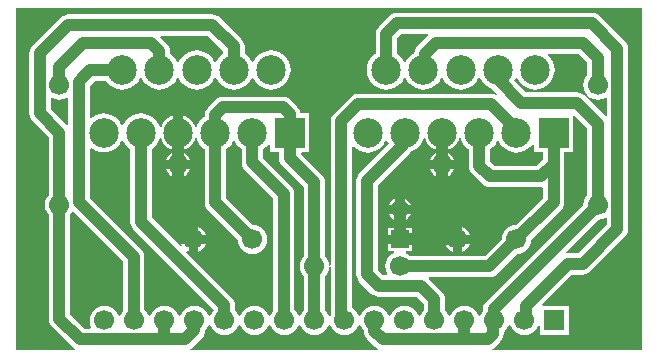
<source format=gtl>
G04*
G04 #@! TF.GenerationSoftware,Altium Limited,Altium Designer,19.0.5 (141)*
G04*
G04 Layer_Physical_Order=1*
G04 Layer_Color=255*
%FSLAX44Y44*%
%MOMM*%
G71*
G01*
G75*
%ADD10C,1.0000*%
%ADD11C,1.7000*%
%ADD12R,1.7000X1.7000*%
%ADD13R,2.5000X2.5000*%
%ADD14C,2.5000*%
%ADD15R,1.5000X1.5000*%
%ADD16C,1.5000*%
G36*
X175692Y253670D02*
Y251347D01*
X175559Y251276D01*
X173046Y249214D01*
X170984Y246701D01*
X169718Y244332D01*
X168322D01*
X167056Y246701D01*
X164994Y249214D01*
X162481Y251276D01*
X159615Y252808D01*
X156505Y253751D01*
X153270Y254070D01*
X150035Y253751D01*
X146925Y252808D01*
X144059Y251276D01*
X141546Y249214D01*
X139484Y246701D01*
X138218Y244332D01*
X136822D01*
X135556Y246701D01*
X133494Y249214D01*
X130981Y251276D01*
X130848Y251347D01*
Y253120D01*
X130538Y255470D01*
X129632Y257659D01*
X128189Y259539D01*
X122389Y265339D01*
X122875Y266512D01*
X162850D01*
X175692Y253670D01*
D02*
G37*
G36*
X349165Y266512D02*
X340187Y257535D01*
X338745Y255655D01*
X337838Y253465D01*
X337657Y252090D01*
X336059Y251236D01*
X333546Y249174D01*
X331484Y246661D01*
X330218Y244292D01*
X328822D01*
X327556Y246661D01*
X325494Y249174D01*
X322981Y251236D01*
X322848Y251307D01*
Y264050D01*
X326580Y267782D01*
X348802D01*
X349165Y266512D01*
D02*
G37*
G36*
X483923Y243890D02*
Y233493D01*
X482081Y231094D01*
X480822Y228053D01*
X480392Y224790D01*
X480822Y221527D01*
X482081Y218486D01*
X484085Y215875D01*
X486696Y213871D01*
X489737Y212612D01*
X493000Y212182D01*
X496263Y212612D01*
X499162Y213813D01*
X500221Y213419D01*
X500433Y213315D01*
Y198808D01*
X499162Y198445D01*
X481639Y215969D01*
X479759Y217411D01*
X477570Y218318D01*
X475220Y218628D01*
X431990D01*
X422168Y228450D01*
X423322Y230608D01*
X424718D01*
X425984Y228239D01*
X428046Y225726D01*
X430559Y223664D01*
X433425Y222132D01*
X436535Y221189D01*
X439770Y220870D01*
X443005Y221189D01*
X446115Y222132D01*
X448981Y223664D01*
X451494Y225726D01*
X453556Y228239D01*
X455088Y231105D01*
X456031Y234216D01*
X456350Y237450D01*
X456031Y240685D01*
X455088Y243795D01*
X453556Y246661D01*
X451494Y249174D01*
X450484Y250002D01*
X450938Y251272D01*
X476540D01*
X483923Y243890D01*
D02*
G37*
G36*
X44163Y213532D02*
X44503Y213365D01*
Y191145D01*
X43232Y190825D01*
X29638Y204420D01*
Y213350D01*
X30908Y213840D01*
X33777Y212652D01*
X37040Y212222D01*
X40303Y212652D01*
X43232Y213865D01*
X44163Y213532D01*
D02*
G37*
G36*
X92234Y174979D02*
X94296Y172466D01*
X96809Y170404D01*
X96942Y170333D01*
Y108850D01*
X97252Y106501D01*
X98159Y104311D01*
X99601Y102431D01*
X167693Y34340D01*
Y34103D01*
X165851Y31704D01*
X164722Y28977D01*
X164720Y28977D01*
X163420D01*
X163418Y28977D01*
X162289Y31704D01*
X160285Y34315D01*
X157674Y36319D01*
X154633Y37578D01*
X151370Y38008D01*
X148107Y37578D01*
X145066Y36319D01*
X142455Y34315D01*
X140451Y31704D01*
X139322Y28977D01*
X139320Y28977D01*
X138020D01*
X138018Y28977D01*
X136889Y31704D01*
X134885Y34315D01*
X132274Y36319D01*
X129233Y37578D01*
X125970Y38008D01*
X122707Y37578D01*
X119666Y36319D01*
X117055Y34315D01*
X115051Y31704D01*
X113922Y28977D01*
X113920Y28977D01*
X112620D01*
X112618Y28977D01*
X111489Y31704D01*
X109485Y34315D01*
X108998Y34689D01*
Y79390D01*
X108688Y81740D01*
X107781Y83929D01*
X106339Y85809D01*
X62658Y129490D01*
Y170937D01*
X63928Y171538D01*
X65309Y170404D01*
X68175Y168872D01*
X71286Y167929D01*
X74520Y167610D01*
X77755Y167929D01*
X80865Y168872D01*
X83731Y170404D01*
X86244Y172466D01*
X88306Y174979D01*
X89572Y177348D01*
X90968D01*
X92234Y174979D01*
D02*
G37*
G36*
X315734Y174939D02*
X315859Y174787D01*
X291001Y149929D01*
X289559Y148049D01*
X288652Y145859D01*
X288342Y143510D01*
Y64770D01*
X288652Y62421D01*
X289559Y60231D01*
X291001Y58351D01*
X301161Y48191D01*
X301161Y48191D01*
X303041Y46749D01*
X305231Y45842D01*
X307580Y45532D01*
X339380D01*
X345493Y39420D01*
Y34103D01*
X343651Y31704D01*
X342522Y28977D01*
X342520Y28977D01*
X341220D01*
X341218Y28977D01*
X340089Y31704D01*
X338085Y34315D01*
X335474Y36319D01*
X332433Y37578D01*
X329170Y38008D01*
X325907Y37578D01*
X322866Y36319D01*
X320255Y34315D01*
X318251Y31704D01*
X317122Y28977D01*
X317120Y28977D01*
X315820D01*
X315818Y28977D01*
X314689Y31704D01*
X312685Y34315D01*
X310074Y36319D01*
X307033Y37578D01*
X303770Y38008D01*
X300507Y37578D01*
X297466Y36319D01*
X294855Y34315D01*
X292851Y31704D01*
X291722Y28977D01*
X291720Y28977D01*
X290420D01*
X290418Y28977D01*
X289289Y31704D01*
X287285Y34315D01*
X284908Y36140D01*
Y172234D01*
X286103Y172661D01*
X286296Y172426D01*
X288809Y170364D01*
X291675Y168832D01*
X294785Y167889D01*
X298020Y167570D01*
X301255Y167889D01*
X304365Y168832D01*
X307231Y170364D01*
X309744Y172426D01*
X311806Y174939D01*
X313072Y177308D01*
X314468D01*
X315734Y174939D01*
D02*
G37*
G36*
X410234D02*
X412296Y172426D01*
X414809Y170364D01*
X417675Y168832D01*
X420785Y167889D01*
X424020Y167570D01*
X427255Y167889D01*
X430365Y168832D01*
X433231Y170364D01*
X435744Y172426D01*
X437750Y174871D01*
X437849Y174873D01*
X439020Y174137D01*
Y167650D01*
X446442D01*
Y161860D01*
X440980Y156398D01*
X405320D01*
X401598Y160120D01*
Y170293D01*
X401731Y170364D01*
X404244Y172426D01*
X406306Y174939D01*
X407572Y177308D01*
X408968D01*
X410234Y174939D01*
D02*
G37*
G36*
X123196Y179597D02*
X123558Y178407D01*
X124954Y175794D01*
X126834Y173504D01*
X129124Y171624D01*
X131737Y170228D01*
X134283Y169455D01*
X134398Y168859D01*
X134358Y168261D01*
X134339Y168162D01*
X131833Y167124D01*
X129526Y165354D01*
X127757Y163048D01*
X127107Y161480D01*
X147693D01*
X147044Y163048D01*
X145274Y165354D01*
X142968Y167124D01*
X140597Y168106D01*
X140513Y168927D01*
X140605Y169409D01*
X143303Y170228D01*
X145916Y171624D01*
X148206Y173504D01*
X150086Y175794D01*
X151482Y178407D01*
X151844Y179597D01*
X153171D01*
X153702Y177845D01*
X155234Y174979D01*
X157296Y172466D01*
X159809Y170404D01*
X159942Y170333D01*
Y125480D01*
X160252Y123131D01*
X161159Y120941D01*
X162601Y119061D01*
X187947Y93715D01*
X188342Y90717D01*
X189601Y87676D01*
X191605Y85065D01*
X194216Y83061D01*
X197257Y81802D01*
X200520Y81372D01*
X203783Y81802D01*
X206824Y83061D01*
X209435Y85065D01*
X211439Y87676D01*
X212698Y90717D01*
X213128Y93980D01*
X212698Y97243D01*
X211439Y100284D01*
X209435Y102895D01*
X206824Y104899D01*
X203783Y106158D01*
X200785Y106553D01*
X178098Y129240D01*
Y170333D01*
X178231Y170404D01*
X180744Y172466D01*
X182806Y174979D01*
X184072Y177348D01*
X185468D01*
X186734Y174979D01*
X188796Y172466D01*
X191309Y170404D01*
X191442Y170333D01*
Y159130D01*
X191752Y156781D01*
X192659Y154591D01*
X194101Y152711D01*
X217842Y128970D01*
Y33256D01*
X216651Y31704D01*
X215522Y28977D01*
X215520Y28977D01*
X214220D01*
X214218Y28977D01*
X213089Y31704D01*
X211085Y34315D01*
X208474Y36319D01*
X205433Y37578D01*
X202170Y38008D01*
X198907Y37578D01*
X195866Y36319D01*
X193255Y34315D01*
X191251Y31704D01*
X190122Y28977D01*
X190120Y28977D01*
X188820D01*
X188818Y28977D01*
X187689Y31704D01*
X185848Y34103D01*
Y38100D01*
X185538Y40450D01*
X184632Y42639D01*
X183189Y44519D01*
X144600Y83108D01*
X145319Y84185D01*
X146520Y83687D01*
Y89980D01*
X140227D01*
X140725Y88779D01*
X139648Y88060D01*
X115098Y112610D01*
Y170333D01*
X115231Y170404D01*
X117744Y172466D01*
X119806Y174979D01*
X121338Y177845D01*
X121869Y179597D01*
X123196Y179597D01*
D02*
G37*
G36*
X500221Y111819D02*
X500433Y111715D01*
Y106630D01*
X476249Y82447D01*
X467309D01*
X467309Y82447D01*
X466827Y82383D01*
X466234Y83586D01*
X493265Y110617D01*
X496263Y111012D01*
X499162Y112213D01*
X500221Y111819D01*
D02*
G37*
G36*
X346697Y179557D02*
X347058Y178367D01*
X348454Y175754D01*
X350334Y173464D01*
X352624Y171584D01*
X355237Y170188D01*
X357803Y169409D01*
X357875Y168255D01*
X357849Y168116D01*
X355452Y167124D01*
X353146Y165354D01*
X351377Y163048D01*
X350727Y161480D01*
X371313D01*
X370663Y163048D01*
X368894Y165354D01*
X366588Y167124D01*
X364191Y168116D01*
X364165Y168255D01*
X364237Y169409D01*
X366804Y170188D01*
X369416Y171584D01*
X371706Y173464D01*
X373586Y175754D01*
X374982Y178367D01*
X375344Y179557D01*
X376671D01*
X377202Y177805D01*
X378734Y174939D01*
X380796Y172426D01*
X383309Y170364D01*
X383442Y170293D01*
Y156360D01*
X383752Y154011D01*
X384659Y151821D01*
X386101Y149941D01*
X395141Y140901D01*
X397021Y139459D01*
X399211Y138552D01*
X401560Y138242D01*
X444740D01*
X445488Y138341D01*
X446442Y137503D01*
Y129240D01*
X423755Y106553D01*
X420757Y106158D01*
X417716Y104899D01*
X415105Y102895D01*
X413101Y100284D01*
X411842Y97243D01*
X411447Y94245D01*
X397400Y80198D01*
X334063D01*
X331664Y82039D01*
X330140Y82670D01*
X330393Y83940D01*
X335400D01*
Y89980D01*
X325360D01*
X315320D01*
Y83940D01*
X320328D01*
X320580Y82670D01*
X319056Y82039D01*
X316445Y80035D01*
X314441Y77424D01*
X313182Y74383D01*
X312752Y71120D01*
X313182Y67857D01*
X314383Y64958D01*
X313989Y63899D01*
X313885Y63688D01*
X311340D01*
X306498Y68530D01*
Y139750D01*
X334121Y167373D01*
X335051Y168585D01*
X335865Y168832D01*
X338731Y170364D01*
X341244Y172426D01*
X343306Y174939D01*
X344838Y177805D01*
X345369Y179557D01*
X346697Y179557D01*
D02*
G37*
G36*
X266752Y70311D02*
Y30017D01*
X266322Y28977D01*
X266320Y28977D01*
X265020D01*
X265018Y28977D01*
X263889Y31704D01*
X262048Y34103D01*
Y62417D01*
X263889Y64816D01*
X265148Y67857D01*
X265483Y70395D01*
X266752Y70311D01*
D02*
G37*
G36*
X215520Y174177D02*
Y167690D01*
X222942D01*
Y163190D01*
X223252Y160841D01*
X224159Y158651D01*
X225601Y156771D01*
X243892Y138480D01*
Y79823D01*
X242051Y77424D01*
X240792Y74383D01*
X240362Y71120D01*
X240792Y67857D01*
X242051Y64816D01*
X243892Y62417D01*
Y34103D01*
X242051Y31704D01*
X240922Y28977D01*
X240920Y28977D01*
X239620D01*
X239618Y28977D01*
X238489Y31704D01*
X236485Y34315D01*
X235998Y34689D01*
Y132730D01*
X235688Y135080D01*
X234781Y137269D01*
X233339Y139149D01*
X209598Y162890D01*
Y170333D01*
X209731Y170404D01*
X212244Y172466D01*
X214250Y174911D01*
X214349Y174913D01*
X215520Y174177D01*
D02*
G37*
G36*
X483923Y188010D02*
Y131893D01*
X482081Y129494D01*
X480822Y126453D01*
X480427Y123455D01*
X398301Y41329D01*
X396859Y39449D01*
X395952Y37260D01*
X395642Y34910D01*
Y33256D01*
X394451Y31704D01*
X393322Y28977D01*
X393320Y28977D01*
X392020D01*
X392018Y28977D01*
X390889Y31704D01*
X388885Y34315D01*
X386274Y36319D01*
X383233Y37578D01*
X379970Y38008D01*
X376707Y37578D01*
X373666Y36319D01*
X371055Y34315D01*
X369051Y31704D01*
X367922Y28977D01*
X367920Y28977D01*
X366620D01*
X366618Y28977D01*
X365489Y31704D01*
X363648Y34103D01*
Y43180D01*
X363338Y45529D01*
X362432Y47719D01*
X360989Y49599D01*
X349815Y60772D01*
X350178Y62042D01*
X401160D01*
X403509Y62352D01*
X405699Y63259D01*
X407579Y64701D01*
X424285Y81407D01*
X427283Y81802D01*
X430324Y83061D01*
X432935Y85065D01*
X434939Y87676D01*
X436198Y90717D01*
X436593Y93715D01*
X461939Y119061D01*
X463382Y120941D01*
X464288Y123131D01*
X464598Y125480D01*
Y158100D01*
Y167650D01*
X472020D01*
Y198253D01*
X473193Y198739D01*
X483923Y188010D01*
D02*
G37*
G36*
X90842Y75630D02*
Y33256D01*
X89651Y31704D01*
X88522Y28977D01*
X88520Y28977D01*
X87220D01*
X87218Y28977D01*
X86089Y31704D01*
X84085Y34315D01*
X81474Y36319D01*
X78433Y37578D01*
X75170Y38008D01*
X71907Y37578D01*
X68866Y36319D01*
X66255Y34315D01*
X64251Y31704D01*
X62992Y28663D01*
X62562Y25400D01*
X62992Y22137D01*
X63998Y19708D01*
X63250Y18438D01*
X58140D01*
X46118Y30460D01*
Y114527D01*
X47868Y116808D01*
X48277Y117051D01*
X49232Y117240D01*
X90842Y75630D01*
D02*
G37*
G36*
X530000Y0D02*
X530000Y0D01*
X403752D01*
X403499Y1270D01*
X404051Y1499D01*
X405931Y2941D01*
X410450Y7460D01*
X411892Y9340D01*
X412799Y11529D01*
X413108Y13879D01*
Y15582D01*
X414285Y16485D01*
X416289Y19096D01*
X417418Y21823D01*
X417420Y21823D01*
X418720D01*
X418722Y21823D01*
X419851Y19096D01*
X421855Y16485D01*
X424466Y14481D01*
X427507Y13222D01*
X430770Y12792D01*
X434033Y13222D01*
X437074Y14481D01*
X439685Y16485D01*
X441689Y19096D01*
X442400Y20813D01*
X443670Y20561D01*
Y12900D01*
X468670D01*
Y37900D01*
X446337D01*
X445851Y39073D01*
X471069Y64291D01*
X480009D01*
X482359Y64601D01*
X484548Y65507D01*
X486428Y66950D01*
X515929Y96451D01*
X517372Y98331D01*
X518278Y100521D01*
X518588Y102870D01*
Y255270D01*
X518588Y255270D01*
X518279Y257619D01*
X517372Y259809D01*
X515929Y261689D01*
X515929Y261689D01*
X494339Y283279D01*
X492459Y284722D01*
X490270Y285628D01*
X487920Y285938D01*
X322820D01*
X320471Y285628D01*
X318281Y284722D01*
X316401Y283279D01*
X307351Y274229D01*
X305909Y272349D01*
X305002Y270159D01*
X304692Y267810D01*
Y251307D01*
X304559Y251236D01*
X302046Y249174D01*
X299984Y246661D01*
X298452Y243795D01*
X297509Y240685D01*
X297190Y237450D01*
X297509Y234216D01*
X298452Y231105D01*
X299984Y228239D01*
X302046Y225726D01*
X304559Y223664D01*
X307425Y222132D01*
X310536Y221189D01*
X313770Y220870D01*
X317005Y221189D01*
X320115Y222132D01*
X322981Y223664D01*
X325494Y225726D01*
X327556Y228239D01*
X328822Y230608D01*
X330218D01*
X331484Y228239D01*
X333546Y225726D01*
X336059Y223664D01*
X338925Y222132D01*
X342035Y221189D01*
X345270Y220870D01*
X348505Y221189D01*
X351615Y222132D01*
X354481Y223664D01*
X356994Y225726D01*
X359056Y228239D01*
X360322Y230608D01*
X361718D01*
X362984Y228239D01*
X365046Y225726D01*
X367559Y223664D01*
X370425Y222132D01*
X373535Y221189D01*
X376770Y220870D01*
X380005Y221189D01*
X383115Y222132D01*
X385981Y223664D01*
X388494Y225726D01*
X390556Y228239D01*
X391822Y230608D01*
X393218D01*
X394484Y228239D01*
X396546Y225726D01*
X399059Y223664D01*
X401925Y222132D01*
X403195Y221747D01*
X407467Y217476D01*
X406748Y216399D01*
X405180Y217048D01*
X402830Y217358D01*
X289930D01*
X289930Y217358D01*
X287581Y217048D01*
X285391Y216141D01*
X283511Y214699D01*
X269411Y200599D01*
X267969Y198719D01*
X267062Y196529D01*
X266752Y194180D01*
Y71929D01*
X265483Y71845D01*
X265148Y74383D01*
X263889Y77424D01*
X262048Y79823D01*
Y142240D01*
X261738Y144590D01*
X260832Y146779D01*
X259389Y148659D01*
X241628Y166420D01*
X242154Y167690D01*
X248520D01*
Y200690D01*
X241010D01*
X240788Y202370D01*
X239881Y204559D01*
X238439Y206439D01*
X238439Y206439D01*
X232719Y212159D01*
X230839Y213601D01*
X228650Y214508D01*
X226300Y214818D01*
X175500D01*
X175500Y214818D01*
X173151Y214508D01*
X170961Y213601D01*
X169081Y212159D01*
X169081Y212159D01*
X162601Y205679D01*
X161159Y203799D01*
X160252Y201609D01*
X159942Y199260D01*
Y198047D01*
X159809Y197976D01*
X157296Y195914D01*
X155234Y193401D01*
X153702Y190535D01*
X153171Y188783D01*
X151844D01*
X151482Y189974D01*
X150086Y192586D01*
X148206Y194876D01*
X145916Y196756D01*
X143303Y198152D01*
X141520Y198694D01*
Y184190D01*
X133520D01*
Y198693D01*
X131737Y198152D01*
X129124Y196756D01*
X126834Y194876D01*
X124954Y192586D01*
X123558Y189974D01*
X123196Y188783D01*
X121869Y188783D01*
X121338Y190535D01*
X119806Y193401D01*
X117744Y195914D01*
X115231Y197976D01*
X112365Y199508D01*
X109255Y200451D01*
X106020Y200770D01*
X102786Y200451D01*
X99675Y199508D01*
X96809Y197976D01*
X94296Y195914D01*
X92234Y193401D01*
X90968Y191032D01*
X89572D01*
X88306Y193401D01*
X86244Y195914D01*
X83731Y197976D01*
X80865Y199508D01*
X77755Y200451D01*
X74520Y200770D01*
X71286Y200451D01*
X68175Y199508D01*
X65309Y197976D01*
X63928Y196842D01*
X62658Y197443D01*
Y223570D01*
X63809Y224721D01*
X65252Y226601D01*
X65290Y226695D01*
X67008Y228412D01*
X76413D01*
X76484Y228279D01*
X78546Y225766D01*
X81059Y223704D01*
X83925Y222172D01*
X87036Y221229D01*
X90270Y220910D01*
X93505Y221229D01*
X96615Y222172D01*
X99481Y223704D01*
X101994Y225766D01*
X104056Y228279D01*
X105322Y230648D01*
X106718D01*
X107984Y228279D01*
X110046Y225766D01*
X112559Y223704D01*
X115425Y222172D01*
X118535Y221229D01*
X121770Y220910D01*
X125005Y221229D01*
X128115Y222172D01*
X130981Y223704D01*
X133494Y225766D01*
X135556Y228279D01*
X136822Y230648D01*
X138218D01*
X139484Y228279D01*
X141546Y225766D01*
X144059Y223704D01*
X146925Y222172D01*
X150035Y221229D01*
X153270Y220910D01*
X156505Y221229D01*
X159615Y222172D01*
X162481Y223704D01*
X164994Y225766D01*
X167056Y228279D01*
X168322Y230648D01*
X169718D01*
X170984Y228279D01*
X173046Y225766D01*
X175559Y223704D01*
X178425Y222172D01*
X181535Y221229D01*
X184770Y220910D01*
X188005Y221229D01*
X191115Y222172D01*
X193981Y223704D01*
X196494Y225766D01*
X198556Y228279D01*
X199822Y230648D01*
X201218D01*
X202484Y228279D01*
X204546Y225766D01*
X207059Y223704D01*
X209925Y222172D01*
X213036Y221229D01*
X216270Y220910D01*
X219505Y221229D01*
X222615Y222172D01*
X225481Y223704D01*
X227994Y225766D01*
X230056Y228279D01*
X231588Y231145D01*
X232531Y234256D01*
X232850Y237490D01*
X232531Y240725D01*
X231588Y243835D01*
X230056Y246701D01*
X227994Y249214D01*
X225481Y251276D01*
X222615Y252808D01*
X219505Y253751D01*
X216270Y254070D01*
X213036Y253751D01*
X209925Y252808D01*
X207059Y251276D01*
X204546Y249214D01*
X202484Y246701D01*
X201218Y244332D01*
X199822D01*
X198556Y246701D01*
X196494Y249214D01*
X193981Y251276D01*
X193848Y251347D01*
Y257430D01*
X193538Y259780D01*
X192631Y261969D01*
X191189Y263849D01*
X173029Y282009D01*
X171149Y283451D01*
X168960Y284358D01*
X166610Y284668D01*
X44690D01*
X42341Y284358D01*
X40151Y283451D01*
X38271Y282009D01*
X14141Y257879D01*
X12699Y255999D01*
X11792Y253810D01*
X11482Y251460D01*
Y200660D01*
X11792Y198311D01*
X12699Y196121D01*
X14141Y194241D01*
X27962Y180420D01*
Y131933D01*
X26121Y129534D01*
X24862Y126493D01*
X24432Y123230D01*
X24862Y119967D01*
X26121Y116926D01*
X27962Y114527D01*
Y26700D01*
X28272Y24351D01*
X29179Y22161D01*
X30621Y20281D01*
X47961Y2941D01*
X47961Y2941D01*
X49841Y1499D01*
X50393Y1270D01*
X50141Y0D01*
X0D01*
Y289560D01*
X0Y289560D01*
X530000D01*
Y0D01*
D02*
G37*
G36*
X291722Y21823D02*
X292851Y19096D01*
X294692Y16697D01*
Y16510D01*
X295002Y14161D01*
X295909Y11971D01*
X297351Y10091D01*
X304501Y2941D01*
X304501Y2941D01*
X306381Y1499D01*
X306933Y1270D01*
X306681Y0D01*
X147990D01*
X147737Y1270D01*
X148289Y1499D01*
X150169Y2941D01*
X157789Y10561D01*
X159232Y12441D01*
X160138Y14631D01*
X160403Y16638D01*
X162289Y19096D01*
X163418Y21823D01*
X163420Y21823D01*
X164720D01*
X164722Y21823D01*
X165851Y19096D01*
X167855Y16485D01*
X170466Y14481D01*
X173507Y13222D01*
X176770Y12792D01*
X180033Y13222D01*
X183074Y14481D01*
X185685Y16485D01*
X187689Y19096D01*
X188818Y21823D01*
X188820Y21823D01*
X190120D01*
X190122Y21823D01*
X191251Y19096D01*
X193255Y16485D01*
X195866Y14481D01*
X198907Y13222D01*
X202170Y12792D01*
X205433Y13222D01*
X208474Y14481D01*
X211085Y16485D01*
X213089Y19096D01*
X214218Y21823D01*
X214220Y21823D01*
X215520D01*
X215522Y21823D01*
X216651Y19096D01*
X218655Y16485D01*
X221266Y14481D01*
X224307Y13222D01*
X227570Y12792D01*
X230833Y13222D01*
X233874Y14481D01*
X236485Y16485D01*
X238489Y19096D01*
X239618Y21823D01*
X239620Y21823D01*
X240920D01*
X240922Y21823D01*
X242051Y19096D01*
X244055Y16485D01*
X246666Y14481D01*
X249707Y13222D01*
X252970Y12792D01*
X256233Y13222D01*
X259274Y14481D01*
X261885Y16485D01*
X263889Y19096D01*
X265018Y21823D01*
X265020Y21823D01*
X266320D01*
X266322Y21823D01*
X267451Y19096D01*
X269455Y16485D01*
X272066Y14481D01*
X275107Y13222D01*
X278370Y12792D01*
X281633Y13222D01*
X284674Y14481D01*
X287285Y16485D01*
X289289Y19096D01*
X290418Y21823D01*
X290420Y21823D01*
X291720D01*
X291722Y21823D01*
D02*
G37*
%LPC*%
G36*
X147693Y153480D02*
X141400D01*
Y147187D01*
X142968Y147837D01*
X145274Y149606D01*
X147044Y151912D01*
X147693Y153480D01*
D02*
G37*
G36*
X133400D02*
X127107D01*
X127757Y151912D01*
X129526Y149606D01*
X131833Y147837D01*
X133400Y147187D01*
Y153480D01*
D02*
G37*
G36*
X154520Y104273D02*
Y97980D01*
X160813D01*
X160163Y99548D01*
X158394Y101854D01*
X156088Y103624D01*
X154520Y104273D01*
D02*
G37*
G36*
X146520D02*
X144952Y103624D01*
X142646Y101854D01*
X140877Y99548D01*
X140227Y97980D01*
X146520D01*
Y104273D01*
D02*
G37*
G36*
X160813Y89980D02*
X154520D01*
Y83687D01*
X156088Y84337D01*
X158394Y86106D01*
X160163Y88412D01*
X160813Y89980D01*
D02*
G37*
G36*
X371313Y153480D02*
X365020D01*
Y147187D01*
X366588Y147837D01*
X368894Y149606D01*
X370663Y151912D01*
X371313Y153480D01*
D02*
G37*
G36*
X357020D02*
X350727D01*
X351377Y151912D01*
X353146Y149606D01*
X355452Y147837D01*
X357020Y147187D01*
Y153480D01*
D02*
G37*
G36*
X329360Y128590D02*
Y123380D01*
X334571D01*
X334130Y124443D01*
X332521Y126541D01*
X330423Y128150D01*
X329360Y128590D01*
D02*
G37*
G36*
X321360D02*
X320297Y128150D01*
X318200Y126541D01*
X316590Y124443D01*
X316150Y123380D01*
X321360D01*
Y128590D01*
D02*
G37*
G36*
X334571Y115380D02*
X329360D01*
Y110170D01*
X330423Y110610D01*
X332521Y112219D01*
X334130Y114317D01*
X334571Y115380D01*
D02*
G37*
G36*
X321360D02*
X316150D01*
X316590Y114317D01*
X318200Y112219D01*
X320297Y110610D01*
X321360Y110170D01*
Y115380D01*
D02*
G37*
G36*
X335400Y104020D02*
X329360D01*
Y97980D01*
X335400D01*
Y104020D01*
D02*
G37*
G36*
X378020Y104273D02*
Y97980D01*
X384313D01*
X383663Y99548D01*
X381894Y101854D01*
X379588Y103624D01*
X378020Y104273D01*
D02*
G37*
G36*
X370020D02*
X368452Y103624D01*
X366146Y101854D01*
X364377Y99548D01*
X363727Y97980D01*
X370020D01*
Y104273D01*
D02*
G37*
G36*
X321360Y104020D02*
X315320D01*
Y97980D01*
X321360D01*
Y104020D01*
D02*
G37*
G36*
X384313Y89980D02*
X378020D01*
Y83687D01*
X379588Y84337D01*
X381894Y86106D01*
X383663Y88412D01*
X384313Y89980D01*
D02*
G37*
G36*
X370020D02*
X363727D01*
X364377Y88412D01*
X366146Y86106D01*
X368452Y84337D01*
X370020Y83687D01*
Y89980D01*
D02*
G37*
%LPD*%
D10*
X275830Y194180D02*
X289930Y208280D01*
X275830Y27940D02*
Y194180D01*
Y27940D02*
X278370Y25400D01*
X289930Y208280D02*
X402830D01*
X424020Y184150D02*
Y187090D01*
X402830Y208280D02*
X424020Y187090D01*
X175500Y205740D02*
X226300D01*
X169020Y199260D02*
X175500Y205740D01*
X169020Y184190D02*
Y199260D01*
X232020Y184190D02*
Y200020D01*
X226300Y205740D02*
X232020Y200020D01*
X151370Y16980D02*
Y23506D01*
X143750Y9360D02*
X151370Y16980D01*
X124700Y9360D02*
X143750D01*
X54380D02*
X124700D01*
X125970Y10630D01*
Y25400D01*
X252970Y71120D02*
Y142240D01*
Y25400D02*
Y71120D01*
X325360D02*
X401160D01*
X424020Y93980D01*
X307580Y54610D02*
X343140D01*
X297420Y64770D02*
X307580Y54610D01*
X297420Y64770D02*
Y143510D01*
X37040Y26700D02*
X54380Y9360D01*
X37040Y26700D02*
Y123230D01*
X431672Y26302D02*
Y37732D01*
X467309Y73369D01*
X430770Y25400D02*
X431672Y26302D01*
X310920Y9360D02*
X379970D01*
X303770Y16510D02*
X310920Y9360D01*
X303770Y16510D02*
Y25400D01*
X379970Y9360D02*
X399512D01*
X379970D02*
Y25400D01*
X404031Y24061D02*
X405370Y25400D01*
X404031Y13879D02*
Y24061D01*
X399512Y9360D02*
X404031Y13879D01*
X343140Y54610D02*
X354570Y43180D01*
Y25400D02*
Y43180D01*
X106020Y108850D02*
X176770Y38100D01*
Y25400D02*
Y38100D01*
X106020Y108850D02*
Y184190D01*
X232020Y163190D02*
X252970Y142240D01*
X151370Y23506D02*
Y25400D01*
X378631Y24061D02*
X379970Y25400D01*
X99920Y26050D02*
Y79390D01*
Y26050D02*
X100570Y25400D01*
X63248Y237490D02*
X90270D01*
X57390Y231632D02*
X63248Y237490D01*
X57390Y231140D02*
Y231632D01*
X53580Y227330D02*
X57390Y231140D01*
X53580Y125730D02*
Y227330D01*
Y125730D02*
X99920Y79390D01*
X467309Y73369D02*
X480009D01*
X509510Y102870D01*
Y255270D01*
X487920Y276860D02*
X509510Y255270D01*
X322820Y276860D02*
X487920D01*
X313770Y267810D02*
X322820Y276860D01*
X313770Y237450D02*
Y267810D01*
X226920Y26050D02*
Y132730D01*
Y26050D02*
X227570Y25400D01*
X200520Y159130D02*
Y184190D01*
Y159130D02*
X226920Y132730D01*
X327702Y182332D02*
X329520Y184150D01*
X327702Y173792D02*
Y182332D01*
X297420Y143510D02*
X327702Y173792D01*
X404720Y26050D02*
Y34910D01*
Y26050D02*
X405370Y25400D01*
X404720Y34910D02*
X493000Y123190D01*
X166610Y275590D02*
X184770Y257430D01*
X44690Y275590D02*
X166610D01*
X20560Y251460D02*
X44690Y275590D01*
X325360Y93980D02*
X374020D01*
X325360D02*
Y119380D01*
X137520Y106980D02*
Y184190D01*
X361020Y157480D02*
Y184150D01*
Y106980D02*
Y157480D01*
X20560Y200660D02*
Y251460D01*
X37040Y123230D02*
Y184180D01*
X20560Y200660D02*
X37040Y184180D01*
X137520Y106980D02*
X150520Y93980D01*
X232020Y163190D02*
Y184190D01*
X169020Y125480D02*
Y184190D01*
Y125480D02*
X200520Y93980D01*
X361020Y106980D02*
X374020Y93980D01*
X455520Y125480D02*
Y158100D01*
X424020Y93980D02*
X455520Y125480D01*
X184770Y237490D02*
Y257430D01*
X121770Y237490D02*
Y253120D01*
X114540Y260350D02*
X121770Y253120D01*
X57390Y260350D02*
X114540D01*
X37040Y240000D02*
X57390Y260350D01*
X37040Y224830D02*
Y240000D01*
X455520Y158100D02*
Y184150D01*
X444740Y147320D02*
X455520Y158100D01*
X401560Y147320D02*
X444740D01*
X392520Y156360D02*
X401560Y147320D01*
X392520Y156360D02*
Y184150D01*
X428230Y209550D02*
X475220D01*
X408270Y229510D02*
X428230Y209550D01*
X408270Y229510D02*
Y237450D01*
X475220Y209550D02*
X493000Y191770D01*
Y123190D02*
Y191770D01*
Y224790D02*
Y247650D01*
X480300Y260350D02*
X493000Y247650D01*
X355840Y260350D02*
X480300D01*
X346606Y251116D02*
X355840Y260350D01*
X346606Y238786D02*
Y251116D01*
X345270Y237450D02*
X346606Y238786D01*
D11*
X200520Y93980D02*
D03*
X150520D02*
D03*
X424020D02*
D03*
X374020D02*
D03*
X430770Y25400D02*
D03*
X405370D02*
D03*
X379970D02*
D03*
X354570D02*
D03*
X329170D02*
D03*
X303770D02*
D03*
X278370D02*
D03*
X252970D02*
D03*
X227570D02*
D03*
X202170D02*
D03*
X176770D02*
D03*
X151370D02*
D03*
X125970D02*
D03*
X100570D02*
D03*
X75170D02*
D03*
X493000Y224790D02*
D03*
Y123190D02*
D03*
X37040Y224830D02*
D03*
Y123230D02*
D03*
X252970Y71120D02*
D03*
X325360D02*
D03*
X137400Y157480D02*
D03*
X361020D02*
D03*
D12*
X456170Y25400D02*
D03*
D13*
X455520Y184150D02*
D03*
X232020Y184190D02*
D03*
D14*
X424020Y184150D02*
D03*
X392520D02*
D03*
X361020D02*
D03*
X329520D02*
D03*
X298020D02*
D03*
X439770Y237450D02*
D03*
X408270D02*
D03*
X376770D02*
D03*
X345270D02*
D03*
X313770D02*
D03*
X200520Y184190D02*
D03*
X169020D02*
D03*
X137520D02*
D03*
X106020D02*
D03*
X74520D02*
D03*
X216270Y237490D02*
D03*
X184770D02*
D03*
X153270D02*
D03*
X121770D02*
D03*
X90270D02*
D03*
D15*
X325360Y93980D02*
D03*
D16*
Y119380D02*
D03*
M02*

</source>
